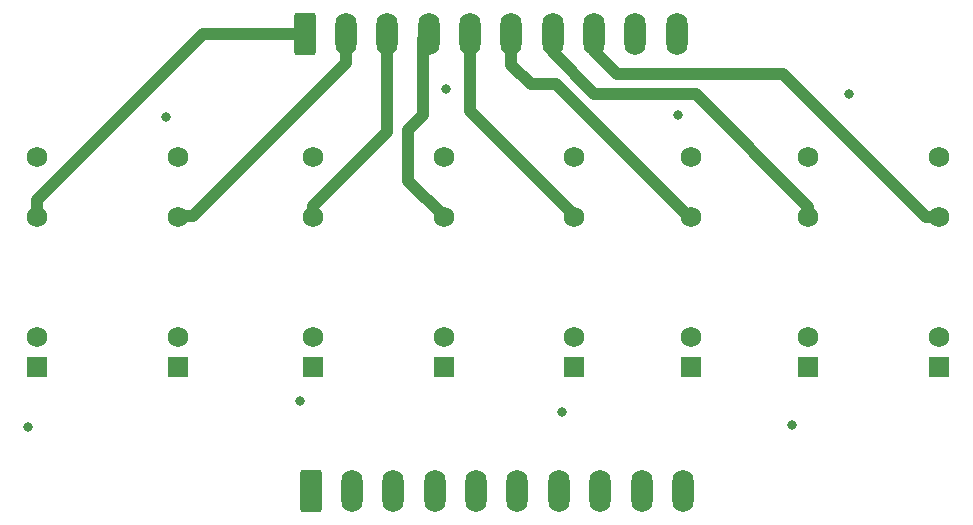
<source format=gbr>
%TF.GenerationSoftware,KiCad,Pcbnew,8.0.4*%
%TF.CreationDate,2024-07-23T21:16:43+01:00*%
%TF.ProjectId,8_Way_Relay_Board,385f5761-795f-4526-956c-61795f426f61,V1*%
%TF.SameCoordinates,Original*%
%TF.FileFunction,Copper,L4,Bot*%
%TF.FilePolarity,Positive*%
%FSLAX46Y46*%
G04 Gerber Fmt 4.6, Leading zero omitted, Abs format (unit mm)*
G04 Created by KiCad (PCBNEW 8.0.4) date 2024-07-23 21:16:43*
%MOMM*%
%LPD*%
G01*
G04 APERTURE LIST*
G04 Aperture macros list*
%AMRoundRect*
0 Rectangle with rounded corners*
0 $1 Rounding radius*
0 $2 $3 $4 $5 $6 $7 $8 $9 X,Y pos of 4 corners*
0 Add a 4 corners polygon primitive as box body*
4,1,4,$2,$3,$4,$5,$6,$7,$8,$9,$2,$3,0*
0 Add four circle primitives for the rounded corners*
1,1,$1+$1,$2,$3*
1,1,$1+$1,$4,$5*
1,1,$1+$1,$6,$7*
1,1,$1+$1,$8,$9*
0 Add four rect primitives between the rounded corners*
20,1,$1+$1,$2,$3,$4,$5,0*
20,1,$1+$1,$4,$5,$6,$7,0*
20,1,$1+$1,$6,$7,$8,$9,0*
20,1,$1+$1,$8,$9,$2,$3,0*%
G04 Aperture macros list end*
%TA.AperFunction,ComponentPad*%
%ADD10RoundRect,0.250000X-0.650000X-1.550000X0.650000X-1.550000X0.650000X1.550000X-0.650000X1.550000X0*%
%TD*%
%TA.AperFunction,ComponentPad*%
%ADD11O,1.800000X3.600000*%
%TD*%
%TA.AperFunction,ComponentPad*%
%ADD12R,1.752600X1.752600*%
%TD*%
%TA.AperFunction,ComponentPad*%
%ADD13C,1.752600*%
%TD*%
%TA.AperFunction,ViaPad*%
%ADD14C,0.800000*%
%TD*%
%TA.AperFunction,Conductor*%
%ADD15C,1.000000*%
%TD*%
G04 APERTURE END LIST*
D10*
%TO.P,J2,1,Pin_1*%
%TO.N,Out1*%
X88356700Y-52661700D03*
D11*
%TO.P,J2,2,Pin_2*%
%TO.N,Out2*%
X91856700Y-52661700D03*
%TO.P,J2,3,Pin_3*%
%TO.N,Out3*%
X95356700Y-52661700D03*
%TO.P,J2,4,Pin_4*%
%TO.N,Out4*%
X98856700Y-52661700D03*
%TO.P,J2,5,Pin_5*%
%TO.N,Out5*%
X102356700Y-52661700D03*
%TO.P,J2,6,Pin_6*%
%TO.N,Out6*%
X105856700Y-52661700D03*
%TO.P,J2,7,Pin_7*%
%TO.N,Out7*%
X109356700Y-52661700D03*
%TO.P,J2,8,Pin_8*%
%TO.N,Out8*%
X112856700Y-52661700D03*
%TO.P,J2,9,Pin_9*%
%TO.N,+24V*%
X116356700Y-52661700D03*
%TO.P,J2,10,Pin_10*%
%TO.N,GND*%
X119856700Y-52661700D03*
%TD*%
D12*
%TO.P,K7,1*%
%TO.N,GND*%
X131013200Y-80835500D03*
D13*
%TO.P,K7,2*%
%TO.N,Net-(K7-Pad2)*%
X131013200Y-78295500D03*
%TO.P,K7,3*%
%TO.N,Out7*%
X131013200Y-68135500D03*
%TO.P,K7,4*%
%TO.N,+24V*%
X131013200Y-63055500D03*
%TD*%
D12*
%TO.P,K8,1*%
%TO.N,GND*%
X142087600Y-80835500D03*
D13*
%TO.P,K8,2*%
%TO.N,Net-(K8-Pad2)*%
X142087600Y-78295500D03*
%TO.P,K8,3*%
%TO.N,Out8*%
X142087600Y-68135500D03*
%TO.P,K8,4*%
%TO.N,+24V*%
X142087600Y-63055500D03*
%TD*%
D12*
%TO.P,K2,1*%
%TO.N,GND*%
X77622400Y-80835500D03*
D13*
%TO.P,K2,2*%
%TO.N,Net-(K2-Pad2)*%
X77622400Y-78295500D03*
%TO.P,K2,3*%
%TO.N,Out2*%
X77622400Y-68135500D03*
%TO.P,K2,4*%
%TO.N,+24V*%
X77622400Y-63055500D03*
%TD*%
D12*
%TO.P,K6,1*%
%TO.N,GND*%
X121107200Y-80835500D03*
D13*
%TO.P,K6,2*%
%TO.N,Net-(K6-Pad2)*%
X121107200Y-78295500D03*
%TO.P,K6,3*%
%TO.N,Out6*%
X121107200Y-68135500D03*
%TO.P,K6,4*%
%TO.N,+24V*%
X121107200Y-63055500D03*
%TD*%
D10*
%TO.P,J1,1,Pin_1*%
%TO.N,In1*%
X88875200Y-91389200D03*
D11*
%TO.P,J1,2,Pin_2*%
%TO.N,In2*%
X92375200Y-91389200D03*
%TO.P,J1,3,Pin_3*%
%TO.N,In3*%
X95875200Y-91389200D03*
%TO.P,J1,4,Pin_4*%
%TO.N,In4*%
X99375200Y-91389200D03*
%TO.P,J1,5,Pin_5*%
%TO.N,In5*%
X102875200Y-91389200D03*
%TO.P,J1,6,Pin_6*%
%TO.N,In6*%
X106375200Y-91389200D03*
%TO.P,J1,7,Pin_7*%
%TO.N,In7*%
X109875200Y-91389200D03*
%TO.P,J1,8,Pin_8*%
%TO.N,In8*%
X113375200Y-91389200D03*
%TO.P,J1,9,Pin_9*%
%TO.N,+24V*%
X116875200Y-91389200D03*
%TO.P,J1,10,Pin_10*%
%TO.N,GND*%
X120375200Y-91389200D03*
%TD*%
D12*
%TO.P,K1,1*%
%TO.N,GND*%
X65735200Y-80835500D03*
D13*
%TO.P,K1,2*%
%TO.N,Net-(K1-Pad2)*%
X65735200Y-78295500D03*
%TO.P,K1,3*%
%TO.N,Out1*%
X65735200Y-68135500D03*
%TO.P,K1,4*%
%TO.N,+24V*%
X65735200Y-63055500D03*
%TD*%
D12*
%TO.P,K3,1*%
%TO.N,GND*%
X89103200Y-80835500D03*
D13*
%TO.P,K3,2*%
%TO.N,Net-(K3-Pad2)*%
X89103200Y-78295500D03*
%TO.P,K3,3*%
%TO.N,Out3*%
X89103200Y-68135500D03*
%TO.P,K3,4*%
%TO.N,+24V*%
X89103200Y-63055500D03*
%TD*%
D12*
%TO.P,K4,1*%
%TO.N,GND*%
X100126800Y-80835500D03*
D13*
%TO.P,K4,2*%
%TO.N,Net-(K4-Pad2)*%
X100126800Y-78295500D03*
%TO.P,K4,3*%
%TO.N,Out4*%
X100126800Y-68135500D03*
%TO.P,K4,4*%
%TO.N,+24V*%
X100126800Y-63055500D03*
%TD*%
D12*
%TO.P,K5,1*%
%TO.N,GND*%
X111201200Y-80835500D03*
D13*
%TO.P,K5,2*%
%TO.N,Net-(K5-Pad2)*%
X111201200Y-78295500D03*
%TO.P,K5,3*%
%TO.N,Out5*%
X111201200Y-68135500D03*
%TO.P,K5,4*%
%TO.N,+24V*%
X111201200Y-63055500D03*
%TD*%
D14*
%TO.N,GND*%
X64922400Y-85953600D03*
X87985600Y-83769200D03*
X76657200Y-59740800D03*
X100330000Y-57353200D03*
X119938800Y-59537600D03*
X134467600Y-57759600D03*
X129641600Y-85750400D03*
X110134400Y-84683600D03*
%TD*%
D15*
%TO.N,Out4*%
X98399600Y-53118800D02*
X98856700Y-52661700D01*
X98399600Y-59522300D02*
X98399600Y-53118800D01*
X97129600Y-65125600D02*
X97129600Y-60792300D01*
X97129600Y-60792300D02*
X98399600Y-59522300D01*
X100126800Y-68122800D02*
X97129600Y-65125600D01*
%TO.N,Out7*%
X121462800Y-57759600D02*
X112877600Y-57759600D01*
X112877600Y-57759600D02*
X109356700Y-54238700D01*
X109356700Y-54238700D02*
X109356700Y-52661700D01*
X131013200Y-67310000D02*
X121462800Y-57759600D01*
X131013200Y-68122800D02*
X131013200Y-67310000D01*
%TO.N,Out8*%
X114808000Y-56083200D02*
X112856700Y-54131900D01*
X112856700Y-54131900D02*
X112856700Y-52661700D01*
X128879600Y-56083200D02*
X114808000Y-56083200D01*
X140931900Y-68135500D02*
X128879600Y-56083200D01*
X142087600Y-68135500D02*
X140931900Y-68135500D01*
%TO.N,Out3*%
X95356700Y-60954900D02*
X95356700Y-52661700D01*
X89103200Y-67208400D02*
X95356700Y-60954900D01*
X89103200Y-68122800D02*
X89103200Y-67208400D01*
%TO.N,Out1*%
X65735200Y-68173600D02*
X65735200Y-66700400D01*
X65735200Y-66700400D02*
X79773900Y-52661700D01*
X79773900Y-52661700D02*
X88356700Y-52661700D01*
%TO.N,Out2*%
X91856700Y-55163400D02*
X91856700Y-52661700D01*
X91851800Y-55163400D02*
X91856700Y-55163400D01*
X77622400Y-68072000D02*
X78943200Y-68072000D01*
X78943200Y-68072000D02*
X91851800Y-55163400D01*
%TO.N,Out6*%
X120802400Y-68122800D02*
X121107200Y-68122800D01*
X109626400Y-56946800D02*
X120802400Y-68122800D01*
X107543600Y-56946800D02*
X109626400Y-56946800D01*
X105856700Y-55259900D02*
X107543600Y-56946800D01*
X105856700Y-52661700D02*
X105856700Y-55259900D01*
%TO.N,Out5*%
X102356700Y-59189400D02*
X102356700Y-52661700D01*
X111201200Y-68033900D02*
X102356700Y-59189400D01*
%TD*%
M02*

</source>
